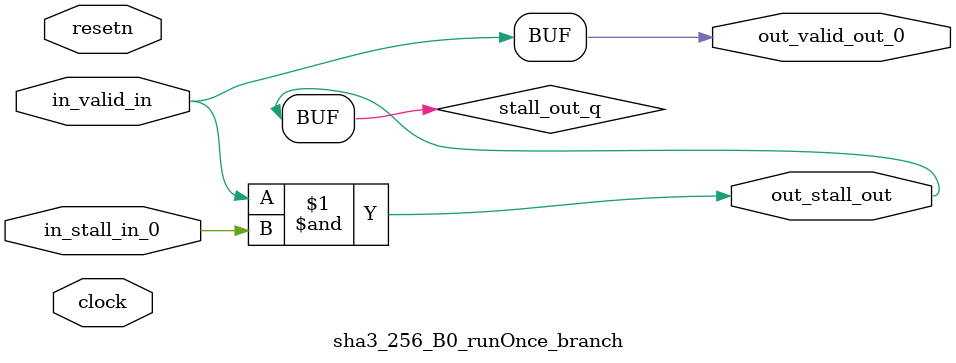
<source format=sv>



(* altera_attribute = "-name AUTO_SHIFT_REGISTER_RECOGNITION OFF; -name MESSAGE_DISABLE 10036; -name MESSAGE_DISABLE 10037; -name MESSAGE_DISABLE 14130; -name MESSAGE_DISABLE 14320; -name MESSAGE_DISABLE 15400; -name MESSAGE_DISABLE 14130; -name MESSAGE_DISABLE 10036; -name MESSAGE_DISABLE 12020; -name MESSAGE_DISABLE 12030; -name MESSAGE_DISABLE 12010; -name MESSAGE_DISABLE 12110; -name MESSAGE_DISABLE 14320; -name MESSAGE_DISABLE 13410; -name MESSAGE_DISABLE 113007; -name MESSAGE_DISABLE 10958" *)
module sha3_256_B0_runOnce_branch (
    input wire [0:0] in_stall_in_0,
    input wire [0:0] in_valid_in,
    output wire [0:0] out_stall_out,
    output wire [0:0] out_valid_out_0,
    input wire clock,
    input wire resetn
    );

    wire [0:0] stall_out_q;


    // stall_out(LOGICAL,6)
    assign stall_out_q = in_valid_in & in_stall_in_0;

    // out_stall_out(GPOUT,4)
    assign out_stall_out = stall_out_q;

    // out_valid_out_0(GPOUT,5)
    assign out_valid_out_0 = in_valid_in;

endmodule

</source>
